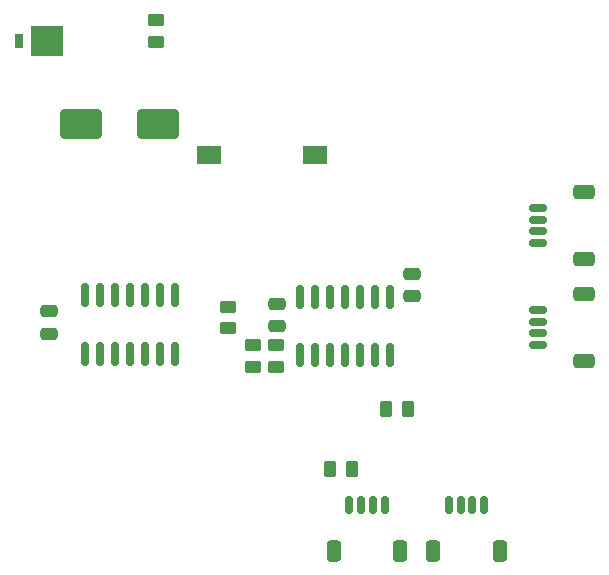
<source format=gbr>
%TF.GenerationSoftware,KiCad,Pcbnew,(6.0.8-1)-1*%
%TF.CreationDate,2022-12-25T14:42:34-06:00*%
%TF.ProjectId,M4_CAN_Feather_Carrier,4d345f43-414e-45f4-9665-61746865725f,rev?*%
%TF.SameCoordinates,Original*%
%TF.FileFunction,Paste,Top*%
%TF.FilePolarity,Positive*%
%FSLAX46Y46*%
G04 Gerber Fmt 4.6, Leading zero omitted, Abs format (unit mm)*
G04 Created by KiCad (PCBNEW (6.0.8-1)-1) date 2022-12-25 14:42:34*
%MOMM*%
%LPD*%
G01*
G04 APERTURE LIST*
G04 Aperture macros list*
%AMRoundRect*
0 Rectangle with rounded corners*
0 $1 Rounding radius*
0 $2 $3 $4 $5 $6 $7 $8 $9 X,Y pos of 4 corners*
0 Add a 4 corners polygon primitive as box body*
4,1,4,$2,$3,$4,$5,$6,$7,$8,$9,$2,$3,0*
0 Add four circle primitives for the rounded corners*
1,1,$1+$1,$2,$3*
1,1,$1+$1,$4,$5*
1,1,$1+$1,$6,$7*
1,1,$1+$1,$8,$9*
0 Add four rect primitives between the rounded corners*
20,1,$1+$1,$2,$3,$4,$5,0*
20,1,$1+$1,$4,$5,$6,$7,0*
20,1,$1+$1,$6,$7,$8,$9,0*
20,1,$1+$1,$8,$9,$2,$3,0*%
G04 Aperture macros list end*
%ADD10RoundRect,0.150000X0.625000X-0.150000X0.625000X0.150000X-0.625000X0.150000X-0.625000X-0.150000X0*%
%ADD11RoundRect,0.250000X0.650000X-0.350000X0.650000X0.350000X-0.650000X0.350000X-0.650000X-0.350000X0*%
%ADD12RoundRect,0.250000X1.500000X1.000000X-1.500000X1.000000X-1.500000X-1.000000X1.500000X-1.000000X0*%
%ADD13R,2.670000X2.540000*%
%ADD14R,0.760000X1.270000*%
%ADD15RoundRect,0.150000X-0.150000X-0.625000X0.150000X-0.625000X0.150000X0.625000X-0.150000X0.625000X0*%
%ADD16RoundRect,0.250000X-0.350000X-0.650000X0.350000X-0.650000X0.350000X0.650000X-0.350000X0.650000X0*%
%ADD17RoundRect,0.250000X0.475000X-0.250000X0.475000X0.250000X-0.475000X0.250000X-0.475000X-0.250000X0*%
%ADD18RoundRect,0.250000X0.450000X-0.262500X0.450000X0.262500X-0.450000X0.262500X-0.450000X-0.262500X0*%
%ADD19RoundRect,0.150000X-0.150000X0.825000X-0.150000X-0.825000X0.150000X-0.825000X0.150000X0.825000X0*%
%ADD20RoundRect,0.250000X0.262500X0.450000X-0.262500X0.450000X-0.262500X-0.450000X0.262500X-0.450000X0*%
%ADD21R,2.000000X1.500000*%
%ADD22RoundRect,0.250000X-0.450000X0.262500X-0.450000X-0.262500X0.450000X-0.262500X0.450000X0.262500X0*%
%ADD23RoundRect,0.150000X0.150000X-0.825000X0.150000X0.825000X-0.150000X0.825000X-0.150000X-0.825000X0*%
G04 APERTURE END LIST*
D10*
%TO.C,X3*%
X132620000Y-83796000D03*
X132620000Y-82796000D03*
X132620000Y-81796000D03*
X132620000Y-80796000D03*
D11*
X136495000Y-85096000D03*
X136495000Y-79496000D03*
%TD*%
D12*
%TO.C,C1*%
X100405000Y-73660000D03*
X93905000Y-73660000D03*
%TD*%
D13*
%TO.C,D1*%
X91001000Y-66675000D03*
D14*
X88646000Y-66675000D03*
%TD*%
D15*
%TO.C,X2*%
X116600000Y-105950000D03*
X117600000Y-105950000D03*
X118600000Y-105950000D03*
X119600000Y-105950000D03*
D16*
X115300000Y-109825000D03*
X120900000Y-109825000D03*
%TD*%
D17*
%TO.C,C4*%
X91186000Y-91440000D03*
X91186000Y-89540000D03*
%TD*%
D18*
%TO.C,R5*%
X100203000Y-66722000D03*
X100203000Y-64897000D03*
%TD*%
D17*
%TO.C,C3*%
X110490000Y-90800000D03*
X110490000Y-88900000D03*
%TD*%
D19*
%TO.C,U3*%
X120015000Y-88330000D03*
X118745000Y-88330000D03*
X117475000Y-88330000D03*
X116205000Y-88330000D03*
X114935000Y-88330000D03*
X113665000Y-88330000D03*
X112395000Y-88330000D03*
X112395000Y-93280000D03*
X113665000Y-93280000D03*
X114935000Y-93280000D03*
X116205000Y-93280000D03*
X117475000Y-93280000D03*
X118745000Y-93280000D03*
X120015000Y-93280000D03*
%TD*%
D17*
%TO.C,C2*%
X121920000Y-88265000D03*
X121920000Y-86365000D03*
%TD*%
D20*
%TO.C,R2*%
X116840000Y-102870000D03*
X115015000Y-102870000D03*
%TD*%
D10*
%TO.C,X4*%
X132620000Y-92426000D03*
X132620000Y-91426000D03*
X132620000Y-90426000D03*
X132620000Y-89426000D03*
D11*
X136495000Y-88126000D03*
X136495000Y-93726000D03*
%TD*%
D21*
%TO.C,SW1*%
X104720000Y-76327000D03*
X113720000Y-76327000D03*
%TD*%
D22*
%TO.C,R4*%
X108458000Y-92409000D03*
X108458000Y-94234000D03*
%TD*%
%TO.C,R3*%
X110363000Y-92409000D03*
X110363000Y-94234000D03*
%TD*%
D23*
%TO.C,U4*%
X94234000Y-93153000D03*
X95504000Y-93153000D03*
X96774000Y-93153000D03*
X98044000Y-93153000D03*
X99314000Y-93153000D03*
X100584000Y-93153000D03*
X101854000Y-93153000D03*
X101854000Y-88203000D03*
X100584000Y-88203000D03*
X99314000Y-88203000D03*
X98044000Y-88203000D03*
X96774000Y-88203000D03*
X95504000Y-88203000D03*
X94234000Y-88203000D03*
%TD*%
D15*
%TO.C,X1*%
X125033000Y-105950000D03*
X126033000Y-105950000D03*
X127033000Y-105950000D03*
X128033000Y-105950000D03*
D16*
X129333000Y-109825000D03*
X123733000Y-109825000D03*
%TD*%
D20*
%TO.C,R1*%
X121539000Y-97790000D03*
X119714000Y-97790000D03*
%TD*%
D18*
%TO.C,R6*%
X106300000Y-91012500D03*
X106300000Y-89187500D03*
%TD*%
M02*

</source>
